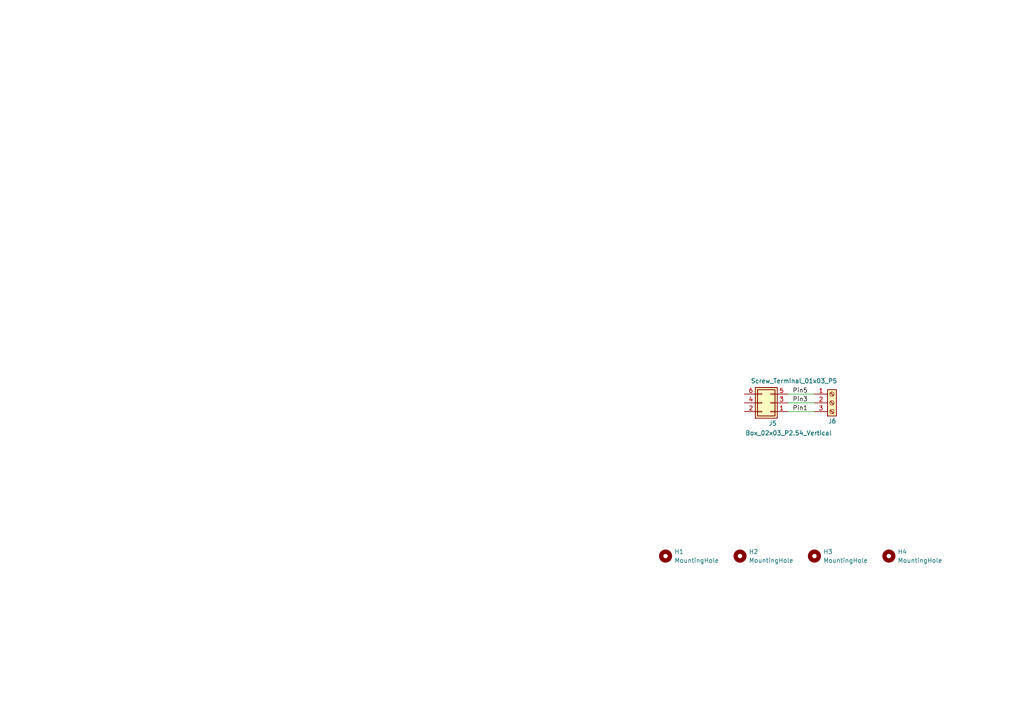
<source format=kicad_sch>
(kicad_sch (version 20231120) (generator "eeschema") (generator_version "8.0")
  (paper "A4")
  (title_block (date "2025-02-08"))
  (lib_symbols
    (symbol "_kh_library:Box_02x03_P2.54_Vertical" (pin_names (offset 1.016) hide)
      (property "Reference" "J" (at 1.27 5.588 0))
      (property "Value" "Box_02x03_P2.54_Vertical" (at 1.27 -6.35 0))
      (symbol "Box_02x03_P2.54_Vertical_1_1"
        (rectangle (start -1.905 4.445) (end 4.445 -4.445) (stroke (width 0.254)) (fill (type background)))
        (rectangle (start -1.27 -2.413) (end 0 -2.667) (stroke (width 0.1524)))
        (rectangle (start -1.27 0.127) (end 0 -0.127) (stroke (width 0.1524)))
        (rectangle (start -1.27 2.667) (end 0 2.413) (stroke (width 0.1524)))
        (rectangle (start -1.27 3.81) (end 3.81 -3.81) (stroke (width 0.254)) (fill (type background)))
        (rectangle (start 3.81 -2.413) (end 2.54 -2.667) (stroke (width 0.1524)))
        (rectangle (start 3.81 0.127) (end 2.54 -0.127) (stroke (width 0.1524)))
        (rectangle (start 3.81 2.667) (end 2.54 2.413) (stroke (width 0.1524)))
        (pin passive line (at -5.08 2.54 0) (length 3.81) (name "Pin_1") (number "1"))
        (pin passive line (at 7.62 2.54 180) (length 3.81) (name "Pin_2") (number "2"))
        (pin passive line (at -5.08 0 0) (length 3.81) (name "Pin_3") (number "3"))
        (pin passive line (at 7.62 0 180) (length 3.81) (name "Pin_4") (number "4"))
        (pin passive line (at -5.08 -2.54 0) (length 3.81) (name "Pin_5") (number "5"))
        (pin passive line (at 7.62 -2.54 180) (length 3.81) (name "Pin_6") (number "6"))
      )
    )
    (symbol "_kh_library:MountingHole" (pin_names (offset 1.016)) (exclude_from_sim yes) (in_bom no)
      (property "Reference" "H" (at 0 5.08 0))
      (property "Value" "MountingHole" (at 0 3.175 0))
      (symbol "MountingHole_0_1"
        (circle (center 0 0) (radius 1.27) (stroke (width 1.27)))
      )
    )
    (symbol "_kh_library:Screw_Terminal_01x03_P5" (pin_names (offset 1.016) hide)
      (property "Reference" "J" (at 2.286 0 0))
      (property "Value" "Screw_Terminal_01x03_P5" (at 6.35 -1.016 90))
      (symbol "Screw_Terminal_01x03_P5_1_1"
        (rectangle (start -1.27 1.27) (end 1.27 -6.35) (stroke (width 0.254)) (fill (type background)))
        (circle (center 0 -5.08) (radius 0.635) (stroke (width 0.1524)))
        (circle (center 0 -2.54) (radius 0.635) (stroke (width 0.1524)))
        (polyline (pts (xy -0.5334 -2.2098) (xy 0.3302 -3.048)) (stroke (width 0.1524)))
        (polyline (pts (xy -0.5334 0.3302) (xy 0.3302 -0.508)) (stroke (width 0.1524)))
        (polyline (pts (xy -0.508 -4.826) (xy 0.3556 -5.6642)) (stroke (width 0.1524)))
        (polyline (pts (xy -0.3556 -2.032) (xy 0.508 -2.8702)) (stroke (width 0.1524)))
        (polyline (pts (xy -0.3556 0.508) (xy 0.508 -0.3302)) (stroke (width 0.1524)))
        (polyline (pts (xy -0.3302 -4.6482) (xy 0.5334 -5.4864)) (stroke (width 0.1524)))
        (circle (center 0 0) (radius 0.635) (stroke (width 0.1524)))
        (pin passive line (at -5.08 0 0) (length 3.81) (name "Pin_1") (number "1"))
        (pin passive line (at -5.08 -2.54 0) (length 3.81) (name "Pin_2") (number "2"))
        (pin passive line (at -5.08 -5.08 0) (length 3.81) (name "Pin_3") (number "3"))
      )
    )
  )
  (wire (pts (xy 228.6 119.38) (xy 236.22 119.38)))
  (wire (pts (xy 228.6 116.84) (xy 236.22 116.84)))
  (wire (pts (xy 228.6 114.3) (xy 236.22 114.3)))
  (label "Pin5" (at 229.87 114.3 0))
  (label "Pin1" (at 229.87 119.38 0))
  (label "Pin3" (at 229.87 116.84 0))
  (symbol (lib_id "_kh_library:MountingHole") (at 193.04 161.29 0) (unit 1) (exclude_from_sim yes) (in_bom no)
    (property "Reference" "H1" (at 195.58 160.0199 0) (effects (justify left)))
    (property "Value" "MountingHole" (at 195.58 162.5599 0) (effects (justify left)))
    (property "Footprint" "_kh_library:MountingHole_2.2mm_M2_Pad_TopBottom_kh" (effects (hide yes)))
    (property "Description" "Mounting Hole without connection" (effects (hide yes)))
  )
  (symbol (lib_id "_kh_library:MountingHole") (at 257.81 161.29 0) (unit 1) (exclude_from_sim yes) (in_bom no)
    (property "Reference" "H4" (at 260.35 160.0199 0) (effects (justify left)))
    (property "Value" "MountingHole" (at 260.35 162.5599 0) (effects (justify left)))
    (property "Footprint" "_kh_library:MountingHole_2.2mm_M2_Pad_TopBottom_kh" (effects (hide yes)))
    (property "Description" "Mounting Hole without connection" (effects (hide yes)))
  )
  (symbol (lib_id "_kh_library:Box_02x03_P2.54_Vertical") (at 223.52 116.84 180) (unit 1)
    (property "Reference" "J5" (at 225.298 122.809 0) (effects (justify left)))
    (property "Value" "Box_02x03_P2.54_Vertical" (at 241.3 125.603 0) (effects (justify left)))
    (property "Footprint" "_kh_library:Box_02x03_P2.54mm_Vertical_kh" (effects (hide yes)))
    (property "Description" "Box Header connector, double row, 02x03, odd/even pin numbering scheme" (effects (hide yes)))
  )
  (symbol (lib_id "_kh_library:MountingHole") (at 214.63 161.29 0) (unit 1) (exclude_from_sim yes) (in_bom no)
    (property "Reference" "H2" (at 217.17 160.0199 0) (effects (justify left)))
    (property "Value" "MountingHole" (at 217.17 162.5599 0) (effects (justify left)))
    (property "Footprint" "_kh_library:MountingHole_2.2mm_M2_Pad_TopBottom_kh" (effects (hide yes)))
    (property "Description" "Mounting Hole without connection" (effects (hide yes)))
  )
  (symbol (lib_id "_kh_library:MountingHole") (at 236.22 161.29 0) (unit 1) (exclude_from_sim yes) (in_bom no)
    (property "Reference" "H3" (at 238.76 160.0199 0) (effects (justify left)))
    (property "Value" "MountingHole" (at 238.76 162.5599 0) (effects (justify left)))
    (property "Footprint" "_kh_library:MountingHole_2.2mm_M2_Pad_TopBottom_kh" (effects (hide yes)))
    (property "Description" "Mounting Hole without connection" (effects (hide yes)))
  )
  (symbol (lib_id "_kh_library:Screw_Terminal_01x03_P5") (at 241.3 114.3 0) (unit 1)
    (property "Reference" "J6" (at 242.57 122.174 0) (effects (justify right)))
    (property "Value" "Screw_Terminal_01x03_P5" (at 242.824 110.49 0) (effects (justify right)))
    (property "Footprint" "_kh_library:Screw_Terminal_01x03_P5" (effects (hide yes)))
    (property "Description" "Generic screw terminal, single row, 01x03" (effects (hide yes)))
  )
)
</source>
